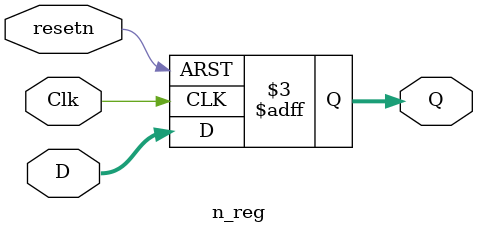
<source format=v>
module n_reg(D,Clk,resetn,Q);
parameter n=3; //define inputs and outputs
input [n-1:0]D;
input Clk,resetn;
output reg [n-1:0]Q;

always @(negedge resetn, posedge Clk) //on positive clock or when reset goes low
if(!resetn)
//if reset goes low
Q<=0;//register back to zero
else
Q<=D;//otherwise it is set to input
endmodule
</source>
